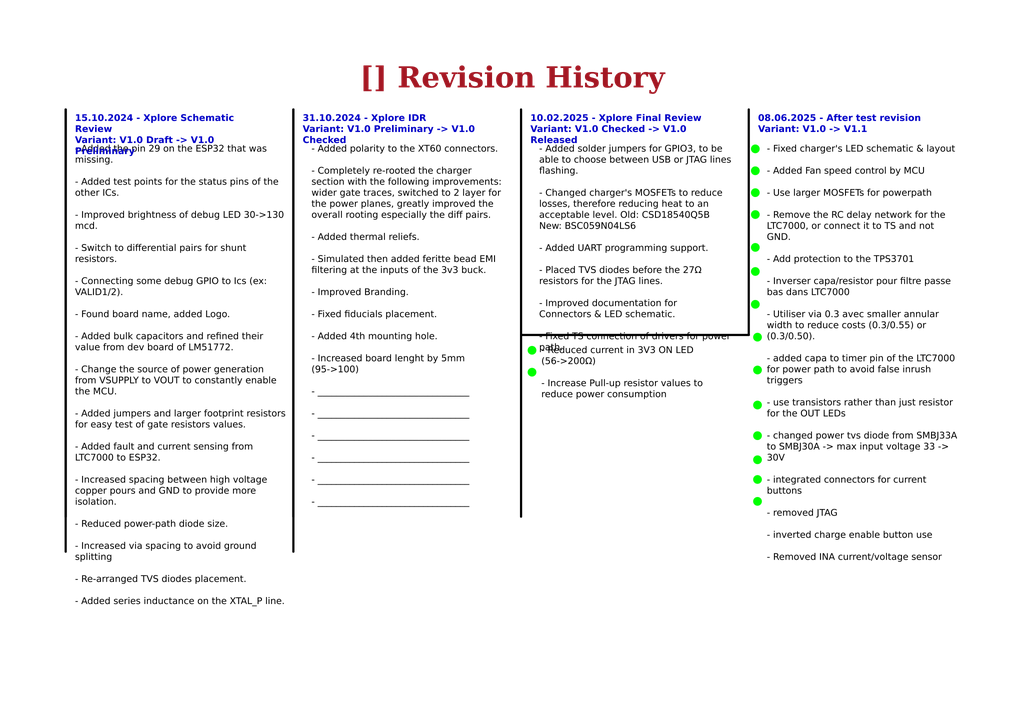
<source format=kicad_sch>
(kicad_sch
	(version 20250114)
	(generator "eeschema")
	(generator_version "9.0")
	(uuid "ea8c4f5e-7a49-4faf-a994-dbc85ed86b0a")
	(paper "A4")
	(title_block
		(title "Revision History")
		(date "2025-06-17")
		(rev "${REVISION}")
		(company "${COMPANY}")
	)
	(lib_symbols)
	(circle
		(center 219.075 49.53)
		(radius 1.27)
		(stroke
			(width -0.0001)
			(type solid)
		)
		(fill
			(type color)
			(color 0 255 0 1)
		)
		(uuid 138b3cd9-5dbd-422c-94a9-7987cb0f08fa)
	)
	(circle
		(center 219.71 117.475)
		(radius 1.27)
		(stroke
			(width -0.0001)
			(type solid)
		)
		(fill
			(type color)
			(color 0 255 0 1)
		)
		(uuid 1df510b0-142e-4da5-b327-58f002292cc9)
	)
	(circle
		(center 219.075 71.755)
		(radius 1.27)
		(stroke
			(width -0.0001)
			(type solid)
		)
		(fill
			(type color)
			(color 0 255 0 1)
		)
		(uuid 3eb38ed5-7ef7-475c-9ed0-83107c99471c)
	)
	(circle
		(center 154.305 107.95)
		(radius 1.27)
		(stroke
			(width -0.0001)
			(type solid)
		)
		(fill
			(type color)
			(color 0 255 0 1)
		)
		(uuid 7742c6fb-829b-4dde-b13a-c3fe7c7a7bef)
	)
	(circle
		(center 219.075 88.265)
		(radius 1.27)
		(stroke
			(width -0.0001)
			(type solid)
		)
		(fill
			(type color)
			(color 0 255 0 1)
		)
		(uuid 7d06fb52-0f53-472a-8698-c90408585fe1)
	)
	(circle
		(center 219.71 97.79)
		(radius 1.27)
		(stroke
			(width -0.0001)
			(type solid)
		)
		(fill
			(type color)
			(color 0 255 0 1)
		)
		(uuid 84064229-ae01-411c-b619-af32f8ae1a3d)
	)
	(circle
		(center 219.075 55.88)
		(radius 1.27)
		(stroke
			(width -0.0001)
			(type solid)
		)
		(fill
			(type color)
			(color 0 255 0 1)
		)
		(uuid 9356ab27-660a-49ce-ba14-6620c64137d0)
	)
	(circle
		(center 219.075 78.74)
		(radius 1.27)
		(stroke
			(width -0.0001)
			(type solid)
		)
		(fill
			(type color)
			(color 0 255 0 1)
		)
		(uuid a7b534db-cd92-455c-999b-3488dafb66d2)
	)
	(circle
		(center 219.71 145.415)
		(radius 1.27)
		(stroke
			(width -0.0001)
			(type solid)
		)
		(fill
			(type color)
			(color 0 255 0 1)
		)
		(uuid b4a04444-a814-4bcb-8428-4f9b3bdbc3e6)
	)
	(circle
		(center 219.71 107.315)
		(radius 1.27)
		(stroke
			(width -0.0001)
			(type solid)
		)
		(fill
			(type color)
			(color 0 255 0 1)
		)
		(uuid b4f0cf8b-bafb-4c5e-a8ea-b320d802691f)
	)
	(circle
		(center 219.71 133.35)
		(radius 1.27)
		(stroke
			(width -0.0001)
			(type solid)
		)
		(fill
			(type color)
			(color 0 255 0 1)
		)
		(uuid bb0edafe-6ac5-44e0-9c3c-11b1ab8d8704)
	)
	(circle
		(center 219.71 126.365)
		(radius 1.27)
		(stroke
			(width -0.0001)
			(type solid)
		)
		(fill
			(type color)
			(color 0 255 0 1)
		)
		(uuid cd4794ca-11fd-4fdf-a391-112d328266dd)
	)
	(circle
		(center 219.075 43.18)
		(radius 1.27)
		(stroke
			(width -0.0001)
			(type solid)
		)
		(fill
			(type color)
			(color 0 255 0 1)
		)
		(uuid dc638431-c5f4-433a-a44b-60dbd633c9a2)
	)
	(circle
		(center 219.075 62.23)
		(radius 1.27)
		(stroke
			(width -0.0001)
			(type solid)
		)
		(fill
			(type color)
			(color 0 255 0 1)
		)
		(uuid dcba815e-0125-4fc1-a8e6-f23db5316204)
	)
	(circle
		(center 154.305 101.6)
		(radius 1.27)
		(stroke
			(width -0.0001)
			(type solid)
		)
		(fill
			(type color)
			(color 0 255 0 1)
		)
		(uuid ede78889-08bc-4377-be7e-e2994ee43600)
	)
	(circle
		(center 219.71 139.065)
		(radius 1.27)
		(stroke
			(width -0.0001)
			(type solid)
		)
		(fill
			(type color)
			(color 0 255 0 1)
		)
		(uuid eee57e69-3df5-43f9-8111-7529f8cece02)
	)
	(text_box "- Fixed charger's LED schematic & layout\n\n- Added Fan speed control by MCU\n\n- Use larger MOSFETs for powerpath\n\n- Remove the RC delay network for the LTC7000, or connect it to TS and not GND.\n\n- Add protection to the TPS3701\n\n- Inverser capa/resistor pour filtre passe bas dans LTC7000\n\n- Utiliser via 0.3 avec smaller annular width to reduce costs (0.3/0.55) or (0.3/0.50).\n\n- added capa to timer pin of the LTC7000 for power path to avoid false inrush triggers\n\n- use transistors rather than just resistor for the OUT LEDs\n\n- changed power tvs diode from SMBJ33A to SMBJ30A -> max input voltage 33 -> 30V\n\n- integrated connectors for current buttons\n\n- removed JTAG\n\n- inverted charge enable button use\n\n- Removed INA current/voltage sensor"
		(exclude_from_sim no)
		(at 220.98 40.64 0)
		(size 58.42 115.57)
		(margins 1.4287 1.4287 1.4287 1.4287)
		(stroke
			(width -0.0001)
			(type solid)
		)
		(fill
			(type none)
		)
		(effects
			(font
				(face "Arial")
				(size 1.905 1.905)
				(color 0 0 0 1)
			)
			(justify left top)
		)
		(uuid "0c062e2b-2be1-4307-b752-045c211787f4")
	)
	(text_box "31.10.2024 - Xplore IDR\nVariant: V1.0 Preliminary -> V1.0 Checked"
		(exclude_from_sim no)
		(at 86.36 31.75 0)
		(size 57.15 7.62)
		(margins 1.4287 1.4287 1.4287 1.4287)
		(stroke
			(width -0.0001)
			(type default)
		)
		(fill
			(type none)
		)
		(effects
			(font
				(face "Arial")
				(size 1.905 1.905)
				(thickness 0.254)
				(bold yes)
			)
			(justify left top)
		)
		(uuid "14f2d7b6-dcd6-4c43-91a3-c7a76690654c")
	)
	(text_box "[${#}] ${TITLE}"
		(exclude_from_sim no)
		(at 80.01 16.51 0)
		(size 137.16 12.7)
		(margins 4.4999 4.4999 4.4999 4.4999)
		(stroke
			(width -0.0001)
			(type default)
		)
		(fill
			(type none)
		)
		(effects
			(font
				(face "Times New Roman")
				(size 6 6)
				(thickness 1.2)
				(bold yes)
				(color 162 22 34 1)
			)
		)
		(uuid "20a0a094-ac98-46df-bdac-21d5721f7697")
	)
	(text_box "10.02.2025 - Xplore Final Review\nVariant: V1.0 Checked -> V1.0 Released"
		(exclude_from_sim no)
		(at 152.4 31.75 0)
		(size 57.15 7.62)
		(margins 1.4287 1.4287 1.4287 1.4287)
		(stroke
			(width -0.0001)
			(type default)
		)
		(fill
			(type none)
		)
		(effects
			(font
				(face "Arial")
				(size 1.905 1.905)
				(thickness 0.254)
				(bold yes)
			)
			(justify left top)
		)
		(uuid "61447e65-3862-4ca7-a61e-5d8506cb38bb")
	)
	(text_box "- Reduced current in 3V3 ON LED (56->200Ω)\n\n- Increase Pull-up resistor values to reduce power consumption"
		(exclude_from_sim no)
		(at 155.575 99.06 0)
		(size 59.055 55.245)
		(margins 1.4287 1.4287 1.4287 1.4287)
		(stroke
			(width -0.0001)
			(type solid)
		)
		(fill
			(type none)
		)
		(effects
			(font
				(face "Arial")
				(size 1.905 1.905)
				(color 0 0 0 1)
			)
			(justify left top)
		)
		(uuid "763247f9-aa00-436c-9c2f-48a31eeaddef")
	)
	(text_box "- Added the pin 29 on the ESP32 that was missing.\n\n- Added test points for the status pins of the other ICs.\n\n- Improved brightness of debug LED 30->130 mcd.\n\n- Switch to differential pairs for shunt resistors.\n\n- Connecting some debug GPIO to Ics (ex: VALID1/2).\n\n- Found board name, added Logo.\n\n- Added bulk capacitors and refined their value from dev board of LM51772.\n\n- Change the source of power generation from VSUPPLY to VOUT to constantly enable the MCU.\n\n- Added jumpers and larger footprint resistors for easy test of gate resistors values.\n\n- Added fault and current sensing from LTC7000 to ESP32.\n\n- Increased spacing between high voltage copper pours and GND to provide more isolation.\n\n- Reduced power-path diode size.\n\n- Increased via spacing to avoid ground splitting\n\n- Re-arranged TVS diodes placement.\n\n- Added series inductance on the XTAL_P line.\n\n\n"
		(exclude_from_sim no)
		(at 20.32 40.64 0)
		(size 64.77 118.11)
		(margins 1.4287 1.4287 1.4287 1.4287)
		(stroke
			(width -0.0001)
			(type default)
		)
		(fill
			(type none)
		)
		(effects
			(font
				(face "Arial")
				(size 1.905 1.905)
				(color 0 0 0 1)
			)
			(justify left top)
		)
		(uuid "7cea8527-91c8-47c3-a860-064e128bcffe")
	)
	(text_box "- Added solder jumpers for GPIO3, to be able to choose between USB or JTAG lines flashing.\n\n- Changed charger's MOSFETs to reduce losses, therefore reducing heat to an acceptable level. Old: CSD18540Q5B \nNew: BSC059N04LS6\n\n- Added UART programming support.\n\n- Placed TVS diodes before the 27Ω resistors for the JTAG lines.\n\n- Improved documentation for Connectors & LED schematic.\n\n- Fixed TS connection of drivers for power path.\n"
		(exclude_from_sim no)
		(at 154.94 40.64 0)
		(size 59.055 55.245)
		(margins 1.4287 1.4287 1.4287 1.4287)
		(stroke
			(width -0.0001)
			(type solid)
		)
		(fill
			(type none)
		)
		(effects
			(font
				(face "Arial")
				(size 1.905 1.905)
				(color 0 0 0 1)
			)
			(justify left top)
		)
		(uuid "8ad0acb7-8a2e-40a2-87c7-888a93359ccd")
	)
	(text_box "15.10.2024 - Xplore Schematic Review\nVariant: V1.0 Draft -> V1.0 Preliminary"
		(exclude_from_sim no)
		(at 20.32 31.75 0)
		(size 57.15 7.62)
		(margins 1.4287 1.4287 1.4287 1.4287)
		(stroke
			(width -0.0001)
			(type default)
		)
		(fill
			(type none)
		)
		(effects
			(font
				(face "Arial")
				(size 1.905 1.905)
				(thickness 0.254)
				(bold yes)
			)
			(justify left top)
		)
		(uuid "922c5813-4880-4ddf-ba01-939f72022a9d")
	)
	(text_box "- Added polarity to the XT60 connectors.\n\n- Completely re-rooted the charger section with the following improvements: wider gate traces, switched to 2 layer for the power planes, greatly improved the overall rooting especially the diff pairs.\n\n- Added thermal reliefs.\n\n- Simulated then added feritte bead EMI filtering at the inputs of the 3v3 buck.\n\n- Improved Branding.\n\n- Fixed fiducials placement.\n\n- Added 4th mounting hole.\n\n- Increased board lenght by 5mm (95->100)\n\n- _________________________________\n\n- _________________________________\n\n- _________________________________\n\n- _________________________________\n\n- _________________________________\n\n- _________________________________"
		(exclude_from_sim no)
		(at 88.9 40.64 0)
		(size 58.42 115.57)
		(margins 1.4287 1.4287 1.4287 1.4287)
		(stroke
			(width -0.0001)
			(type default)
		)
		(fill
			(type none)
		)
		(effects
			(font
				(face "Arial")
				(size 1.905 1.905)
				(color 0 0 0 1)
			)
			(justify left top)
		)
		(uuid "cd63b456-8f62-4290-9191-6ad427c40f65")
	)
	(text_box "08.06.2025 - After test revision\nVariant: V1.0 -> V1.1"
		(exclude_from_sim no)
		(at 218.44 31.75 0)
		(size 57.15 7.62)
		(margins 1.4287 1.4287 1.4287 1.4287)
		(stroke
			(width -0.0001)
			(type solid)
		)
		(fill
			(type none)
		)
		(effects
			(font
				(face "Arial")
				(size 1.905 1.905)
				(thickness 0.254)
				(bold yes)
			)
			(justify left top)
		)
		(uuid "f47af890-f55a-44bf-b54f-b7df3adde008")
	)
	(polyline
		(pts
			(xy 217.17 97.155) (xy 151.13 97.155)
		)
		(stroke
			(width 0.635)
			(type default)
			(color 0 0 0 1)
		)
		(uuid "34750aec-e623-482f-9a5f-57e1f2b6bf42")
	)
	(polyline
		(pts
			(xy 19.05 31.75) (xy 19.05 160.02)
		)
		(stroke
			(width 0.635)
			(type default)
			(color 0 0 0 1)
		)
		(uuid "4849fe72-6429-4f5b-a9e6-56656658a37b")
	)
	(polyline
		(pts
			(xy 85.09 31.75) (xy 85.09 160.02)
		)
		(stroke
			(width 0.635)
			(type default)
			(color 0 0 0 1)
		)
		(uuid "5f29c90a-4bd5-401c-a0f6-a99df09914f4")
	)
	(polyline
		(pts
			(xy 85.09 31.75) (xy 85.09 149.86)
		)
		(stroke
			(width 0.635)
			(type default)
			(color 0 0 0 1)
		)
		(uuid "74018a10-ab58-4dc2-b4e6-376117e1ffc0")
	)
	(polyline
		(pts
			(xy 151.13 31.75) (xy 151.13 149.86)
		)
		(stroke
			(width 0.635)
			(type default)
			(color 0 0 0 1)
		)
		(uuid "a6b610d4-f09b-4d6e-ac67-0bb3d0e09fbe")
	)
	(polyline
		(pts
			(xy 19.05 31.75) (xy 19.05 149.86)
		)
		(stroke
			(width 0.635)
			(type default)
			(color 0 0 0 1)
		)
		(uuid "b271ef24-6836-4d14-b8f8-8568bc734aca")
	)
	(polyline
		(pts
			(xy 217.17 31.75) (xy 217.17 97.155)
		)
		(stroke
			(width 0.635)
			(type default)
			(color 0 0 0 1)
		)
		(uuid "fe21cbb6-f53c-41a1-bc1c-520e82f71f78")
	)
)

</source>
